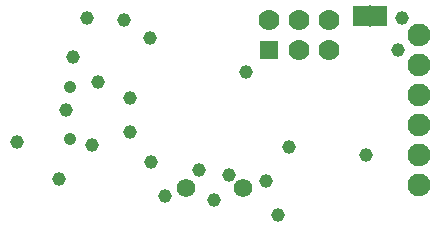
<source format=gbs>
G75*
G70*
%OFA0B0*%
%FSLAX24Y24*%
%IPPOS*%
%LPD*%
%AMOC8*
5,1,8,0,0,1.08239X$1,22.5*
%
%ADD10C,0.0620*%
%ADD11R,0.0520X0.0690*%
%ADD12R,0.0060X0.0720*%
%ADD13C,0.0760*%
%ADD14R,0.0620X0.0620*%
%ADD15C,0.0700*%
%ADD16C,0.0414*%
%ADD17C,0.0457*%
D10*
X006903Y001538D03*
X008803Y001538D03*
D11*
X012740Y007288D03*
X013340Y007288D03*
D12*
X013040Y007288D03*
D13*
X014665Y006663D03*
X014665Y005663D03*
X014665Y004663D03*
X014665Y003663D03*
X014665Y002663D03*
X014665Y001663D03*
D14*
X009665Y006163D03*
D15*
X010665Y006163D03*
X011665Y006163D03*
X011665Y007163D03*
X010665Y007163D03*
X009665Y007163D03*
D16*
X003040Y004904D03*
X003040Y003172D03*
D17*
X002665Y001851D03*
X005740Y002413D03*
X007353Y002163D03*
X008353Y001976D03*
X009590Y001788D03*
X007853Y001163D03*
X006228Y001288D03*
X009978Y000663D03*
X012915Y002663D03*
X010353Y002913D03*
X005040Y003413D03*
X003790Y002976D03*
X001290Y003101D03*
X002915Y004163D03*
X005040Y004538D03*
X003978Y005101D03*
X003140Y005913D03*
X005728Y006538D03*
X004853Y007163D03*
X003603Y007226D03*
X008915Y005413D03*
X013990Y006163D03*
X014103Y007226D03*
M02*

</source>
